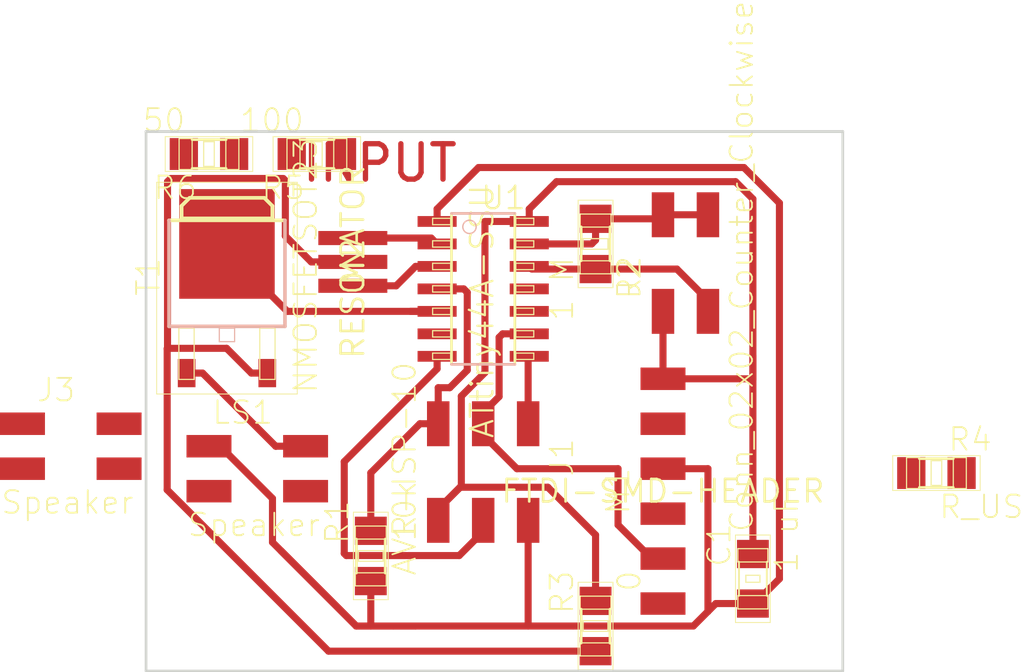
<source format=kicad_pcb>
(kicad_pcb (version 20171130) (host pcbnew 5.0.0)

  (general
    (thickness 1.6)
    (drawings 8)
    (tracks 118)
    (zones 0)
    (modules 15)
    (nets 25)
  )

  (page A4)
  (layers
    (0 F.Cu signal)
    (31 B.Cu signal)
    (32 B.Adhes user)
    (33 F.Adhes user)
    (34 B.Paste user)
    (35 F.Paste user)
    (36 B.SilkS user)
    (37 F.SilkS user)
    (38 B.Mask user)
    (39 F.Mask user)
    (40 Dwgs.User user)
    (41 Cmts.User user)
    (42 Eco1.User user)
    (43 Eco2.User user)
    (44 Edge.Cuts user)
    (45 Margin user)
    (46 B.CrtYd user)
    (47 F.CrtYd user)
    (48 B.Fab user)
    (49 F.Fab user)
  )

  (setup
    (last_trace_width 0.4)
    (trace_clearance 0.4)
    (zone_clearance 0.508)
    (zone_45_only no)
    (trace_min 0.2)
    (segment_width 0.2)
    (edge_width 0.15)
    (via_size 0.8)
    (via_drill 0.4)
    (via_min_size 0.4)
    (via_min_drill 0.3)
    (uvia_size 0.3)
    (uvia_drill 0.1)
    (uvias_allowed no)
    (uvia_min_size 0.2)
    (uvia_min_drill 0.1)
    (pcb_text_width 0.3)
    (pcb_text_size 1.5 1.5)
    (mod_edge_width 0.15)
    (mod_text_size 1 1)
    (mod_text_width 0.15)
    (pad_size 1.524 1.524)
    (pad_drill 0.762)
    (pad_to_mask_clearance 0.051)
    (solder_mask_min_width 0.25)
    (aux_axis_origin 0 0)
    (visible_elements FFFFFF7F)
    (pcbplotparams
      (layerselection 0x010fc_ffffffff)
      (usegerberextensions false)
      (usegerberattributes false)
      (usegerberadvancedattributes false)
      (creategerberjobfile false)
      (excludeedgelayer true)
      (linewidth 0.100000)
      (plotframeref false)
      (viasonmask false)
      (mode 1)
      (useauxorigin false)
      (hpglpennumber 1)
      (hpglpenspeed 20)
      (hpglpendiameter 15.000000)
      (psnegative false)
      (psa4output false)
      (plotreference true)
      (plotvalue true)
      (plotinvisibletext false)
      (padsonsilk false)
      (subtractmaskfromsilk false)
      (outputformat 1)
      (mirror false)
      (drillshape 1)
      (scaleselection 1)
      (outputdirectory ""))
  )

  (net 0 "")
  (net 1 Earth)
  (net 2 "Net-(M1-Pad2)")
  (net 3 +5V)
  (net 4 "Net-(M1-Pad4)")
  (net 5 /SCK)
  (net 6 "Net-(M1-Pad6)")
  (net 7 /XTAL1)
  (net 8 /XTAL2)
  (net 9 "Net-(LS1-Pad2)")
  (net 10 /SPEAKER)
  (net 11 /MOSI)
  (net 12 "Net-(J1-Pad5)")
  (net 13 /SENSE2)
  (net 14 /SENSE1)
  (net 15 "Net-(U1-Pad6)")
  (net 16 /MISO)
  (net 17 "Net-(U1-Pad10)")
  (net 18 "Net-(U1-Pad11)")
  (net 19 "Net-(J3-Pad2)")
  (net 20 "Net-(M1-Pad5)")
  (net 21 "Net-(R4-Pad1)")
  (net 22 /IC-SPEAKER)
  (net 23 "Net-(R5-Pad2)")
  (net 24 "Net-(R6-Pad2)")

  (net_class Default "This is the default net class."
    (clearance 0.4)
    (trace_width 0.4)
    (via_dia 0.8)
    (via_drill 0.4)
    (uvia_dia 0.3)
    (uvia_drill 0.1)
    (add_net +5V)
    (add_net /IC-SPEAKER)
    (add_net /MISO)
    (add_net /MOSI)
    (add_net /SCK)
    (add_net /SENSE1)
    (add_net /SENSE2)
    (add_net /SPEAKER)
    (add_net /XTAL1)
    (add_net /XTAL2)
    (add_net Earth)
    (add_net "Net-(J1-Pad5)")
    (add_net "Net-(J3-Pad2)")
    (add_net "Net-(LS1-Pad2)")
    (add_net "Net-(M1-Pad2)")
    (add_net "Net-(M1-Pad4)")
    (add_net "Net-(M1-Pad5)")
    (add_net "Net-(M1-Pad6)")
    (add_net "Net-(R4-Pad1)")
    (add_net "Net-(R5-Pad2)")
    (add_net "Net-(R6-Pad2)")
    (add_net "Net-(U1-Pad10)")
    (add_net "Net-(U1-Pad11)")
    (add_net "Net-(U1-Pad6)")
  )

  (module fab:fab-TO252 (layer F.Cu) (tedit 200000) (tstamp 5BE0EBEE)
    (at 202.692 167.59936)
    (descr "SMALL OUTLINE TRANSISTOR")
    (tags "SMALL OUTLINE TRANSISTOR")
    (path /5BE16F92)
    (attr smd)
    (fp_text reference T1 (at -4.445 -0.635 90) (layer F.SilkS)
      (effects (font (size 1.27 1.27) (thickness 0.1016)))
    )
    (fp_text value NMOSFETSOT23 (at 4.445 -1.27 90) (layer F.SilkS)
      (effects (font (size 1.27 1.27) (thickness 0.1016)))
    )
    (fp_line (start 2.5654 -3.937) (end -2.5654 -3.937) (layer F.SilkS) (width 0.19812))
    (fp_line (start 2.5654 -4.6482) (end 2.5654 -3.937) (layer F.SilkS) (width 0.19812))
    (fp_line (start 2.1082 -5.1054) (end 2.5654 -4.6482) (layer F.SilkS) (width 0.19812))
    (fp_line (start -2.1082 -5.1054) (end 2.1082 -5.1054) (layer F.SilkS) (width 0.19812))
    (fp_line (start -2.5654 -4.6482) (end -2.1082 -5.1054) (layer F.SilkS) (width 0.19812))
    (fp_line (start -2.5654 -3.937) (end -2.5654 -4.6482) (layer F.SilkS) (width 0.19812))
    (fp_line (start 2.5654 -3.937) (end -2.5654 -3.937) (layer F.SilkS) (width 0.2032))
    (fp_line (start 2.5654 -4.6482) (end 2.5654 -3.937) (layer F.SilkS) (width 0.2032))
    (fp_line (start 2.1082 -5.1054) (end 2.5654 -4.6482) (layer F.SilkS) (width 0.2032))
    (fp_line (start -2.1082 -5.1054) (end 2.1082 -5.1054) (layer F.SilkS) (width 0.2032))
    (fp_line (start -2.5654 -4.6482) (end -2.1082 -5.1054) (layer F.SilkS) (width 0.2032))
    (fp_line (start -2.5654 -3.937) (end -2.5654 -4.6482) (layer F.SilkS) (width 0.2032))
    (fp_line (start 3.97256 -5.9817) (end 3.97256 5.9817) (layer F.SilkS) (width 0.0508))
    (fp_line (start -3.97256 5.9817) (end -3.97256 -5.9817) (layer F.SilkS) (width 0.0508))
    (fp_line (start 3.97256 5.9817) (end -3.97256 5.9817) (layer F.SilkS) (width 0.0508))
    (fp_line (start -3.97256 -5.9817) (end 3.97256 -5.9817) (layer F.SilkS) (width 0.0508))
    (fp_line (start -3.2766 -3.83286) (end 3.2766 -3.83286) (layer F.SilkS) (width 0.2032))
    (fp_line (start -3.2766 2.159) (end -3.2766 -3.8354) (layer B.SilkS) (width 0.2032))
    (fp_line (start 3.2766 2.159) (end -3.2766 2.159) (layer B.SilkS) (width 0.2032))
    (fp_line (start 3.2766 -3.8354) (end 3.2766 2.159) (layer B.SilkS) (width 0.2032))
    (fp_line (start -0.4318 3.0226) (end -0.4318 2.2606) (layer B.SilkS) (width 0.06604))
    (fp_line (start -0.4318 2.2606) (end 0.4318 2.2606) (layer B.SilkS) (width 0.06604))
    (fp_line (start 0.4318 3.0226) (end 0.4318 2.2606) (layer B.SilkS) (width 0.06604))
    (fp_line (start -0.4318 3.0226) (end 0.4318 3.0226) (layer B.SilkS) (width 0.06604))
    (fp_line (start 1.8542 5.1562) (end 1.8542 2.2606) (layer F.SilkS) (width 0.06604))
    (fp_line (start 1.8542 2.2606) (end 2.7178 2.2606) (layer F.SilkS) (width 0.06604))
    (fp_line (start 2.7178 5.1562) (end 2.7178 2.2606) (layer F.SilkS) (width 0.06604))
    (fp_line (start 1.8542 5.1562) (end 2.7178 5.1562) (layer F.SilkS) (width 0.06604))
    (fp_line (start -2.7178 5.1562) (end -2.7178 2.2606) (layer F.SilkS) (width 0.06604))
    (fp_line (start -2.7178 2.2606) (end -1.8542 2.2606) (layer F.SilkS) (width 0.06604))
    (fp_line (start -1.8542 5.1562) (end -1.8542 2.2606) (layer F.SilkS) (width 0.06604))
    (fp_line (start -2.7178 5.1562) (end -1.8542 5.1562) (layer F.SilkS) (width 0.06604))
    (pad 3 smd rect (at 0 -2.49936) (size 5.3975 6.1976) (layers F.Cu F.Paste F.Mask)
      (net 24 "Net-(R6-Pad2)"))
    (pad 2 smd rect (at 2.27838 4.79806) (size 0.99822 1.59766) (layers F.Cu F.Paste F.Mask)
      (net 1 Earth))
    (pad 1 smd rect (at -2.27838 4.79806) (size 0.99822 1.59766) (layers F.Cu F.Paste F.Mask)
      (net 21 "Net-(R4-Pad1)"))
  )

  (module fab:fab-R1206 (layer F.Cu) (tedit 200000) (tstamp 5BE0EDAF)
    (at 210.82 182.73014 90)
    (descr RESISTOR)
    (tags RESISTOR)
    (path /5BE0E8C1)
    (attr smd)
    (fp_text reference R1 (at 1.905 -1.905 90) (layer F.SilkS)
      (effects (font (size 1.27 1.27) (thickness 0.1016)))
    )
    (fp_text value 10k (at 2.54 1.905 90) (layer F.SilkS)
      (effects (font (size 1.27 1.27) (thickness 0.1016)))
    )
    (fp_line (start -1.6891 0.8763) (end -0.9525 0.8763) (layer F.SilkS) (width 0.06604))
    (fp_line (start -0.9525 0.8763) (end -0.9525 -0.8763) (layer F.SilkS) (width 0.06604))
    (fp_line (start -1.6891 -0.8763) (end -0.9525 -0.8763) (layer F.SilkS) (width 0.06604))
    (fp_line (start -1.6891 0.8763) (end -1.6891 -0.8763) (layer F.SilkS) (width 0.06604))
    (fp_line (start 0.9525 0.8763) (end 1.6891 0.8763) (layer F.SilkS) (width 0.06604))
    (fp_line (start 1.6891 0.8763) (end 1.6891 -0.8763) (layer F.SilkS) (width 0.06604))
    (fp_line (start 0.9525 -0.8763) (end 1.6891 -0.8763) (layer F.SilkS) (width 0.06604))
    (fp_line (start 0.9525 0.8763) (end 0.9525 -0.8763) (layer F.SilkS) (width 0.06604))
    (fp_line (start -0.29972 0.6985) (end 0.29972 0.6985) (layer F.SilkS) (width 0.06604))
    (fp_line (start 0.29972 0.6985) (end 0.29972 -0.6985) (layer F.SilkS) (width 0.06604))
    (fp_line (start -0.29972 -0.6985) (end 0.29972 -0.6985) (layer F.SilkS) (width 0.06604))
    (fp_line (start -0.29972 0.6985) (end -0.29972 -0.6985) (layer F.SilkS) (width 0.06604))
    (fp_line (start 0.9525 0.8128) (end -0.9652 0.8128) (layer F.SilkS) (width 0.1524))
    (fp_line (start 0.9525 -0.8128) (end -0.9652 -0.8128) (layer F.SilkS) (width 0.1524))
    (fp_line (start -2.47142 -0.98298) (end 2.47142 -0.98298) (layer F.SilkS) (width 0.0508))
    (fp_line (start 2.47142 -0.98298) (end 2.47142 0.98298) (layer F.SilkS) (width 0.0508))
    (fp_line (start 2.47142 0.98298) (end -2.47142 0.98298) (layer F.SilkS) (width 0.0508))
    (fp_line (start -2.47142 0.98298) (end -2.47142 -0.98298) (layer F.SilkS) (width 0.0508))
    (pad 1 smd rect (at -1.41986 0 90) (size 1.59766 1.80086) (layers F.Cu F.Paste F.Mask)
      (net 3 +5V))
    (pad 2 smd rect (at 1.41986 0 90) (size 1.59766 1.80086) (layers F.Cu F.Paste F.Mask)
      (net 12 "Net-(J1-Pad5)"))
  )

  (module fab:fab-R1206 (layer F.Cu) (tedit 200000) (tstamp 5BE0EDC7)
    (at 223.52 165.1 270)
    (descr RESISTOR)
    (tags RESISTOR)
    (path /5BE117D5)
    (attr smd)
    (fp_text reference R2 (at 1.905 -1.905 270) (layer F.SilkS)
      (effects (font (size 1.27 1.27) (thickness 0.1016)))
    )
    (fp_text value "1 M" (at 2.54 1.905 270) (layer F.SilkS)
      (effects (font (size 1.27 1.27) (thickness 0.1016)))
    )
    (fp_line (start -2.47142 0.98298) (end -2.47142 -0.98298) (layer F.SilkS) (width 0.0508))
    (fp_line (start 2.47142 0.98298) (end -2.47142 0.98298) (layer F.SilkS) (width 0.0508))
    (fp_line (start 2.47142 -0.98298) (end 2.47142 0.98298) (layer F.SilkS) (width 0.0508))
    (fp_line (start -2.47142 -0.98298) (end 2.47142 -0.98298) (layer F.SilkS) (width 0.0508))
    (fp_line (start 0.9525 -0.8128) (end -0.9652 -0.8128) (layer F.SilkS) (width 0.1524))
    (fp_line (start 0.9525 0.8128) (end -0.9652 0.8128) (layer F.SilkS) (width 0.1524))
    (fp_line (start -0.29972 0.6985) (end -0.29972 -0.6985) (layer F.SilkS) (width 0.06604))
    (fp_line (start -0.29972 -0.6985) (end 0.29972 -0.6985) (layer F.SilkS) (width 0.06604))
    (fp_line (start 0.29972 0.6985) (end 0.29972 -0.6985) (layer F.SilkS) (width 0.06604))
    (fp_line (start -0.29972 0.6985) (end 0.29972 0.6985) (layer F.SilkS) (width 0.06604))
    (fp_line (start 0.9525 0.8763) (end 0.9525 -0.8763) (layer F.SilkS) (width 0.06604))
    (fp_line (start 0.9525 -0.8763) (end 1.6891 -0.8763) (layer F.SilkS) (width 0.06604))
    (fp_line (start 1.6891 0.8763) (end 1.6891 -0.8763) (layer F.SilkS) (width 0.06604))
    (fp_line (start 0.9525 0.8763) (end 1.6891 0.8763) (layer F.SilkS) (width 0.06604))
    (fp_line (start -1.6891 0.8763) (end -1.6891 -0.8763) (layer F.SilkS) (width 0.06604))
    (fp_line (start -1.6891 -0.8763) (end -0.9525 -0.8763) (layer F.SilkS) (width 0.06604))
    (fp_line (start -0.9525 0.8763) (end -0.9525 -0.8763) (layer F.SilkS) (width 0.06604))
    (fp_line (start -1.6891 0.8763) (end -0.9525 0.8763) (layer F.SilkS) (width 0.06604))
    (pad 2 smd rect (at 1.41986 0 270) (size 1.59766 1.80086) (layers F.Cu F.Paste F.Mask)
      (net 13 /SENSE2))
    (pad 1 smd rect (at -1.41986 0 270) (size 1.59766 1.80086) (layers F.Cu F.Paste F.Mask)
      (net 14 /SENSE1))
  )

  (module fab:fab-1X06SMD (layer F.Cu) (tedit 200000) (tstamp 5BE0EBD0)
    (at 227.33 179.07)
    (path /5BE150B5)
    (attr smd)
    (fp_text reference M1 (at -2.54 0 90) (layer F.SilkS)
      (effects (font (size 1.27 1.27) (thickness 0.1016)))
    )
    (fp_text value FTDI-SMD-HEADER (at 0 0) (layer F.SilkS)
      (effects (font (size 1.27 1.27) (thickness 0.15)))
    )
    (pad 1 smd rect (at 0 -6.35) (size 2.54 1.27) (layers F.Cu F.Paste F.Mask)
      (net 1 Earth))
    (pad 2 smd rect (at 0 -3.81) (size 2.54 1.27) (layers F.Cu F.Paste F.Mask)
      (net 2 "Net-(M1-Pad2)"))
    (pad 3 smd rect (at 0 -1.27) (size 2.54 1.27) (layers F.Cu F.Paste F.Mask)
      (net 3 +5V))
    (pad 4 smd rect (at 0 1.27) (size 2.54 1.27) (layers F.Cu F.Paste F.Mask)
      (net 4 "Net-(M1-Pad4)"))
    (pad 5 smd rect (at 0 3.81) (size 2.54 1.27) (layers F.Cu F.Paste F.Mask)
      (net 20 "Net-(M1-Pad5)"))
    (pad 6 smd rect (at 0 6.35) (size 2.54 1.27) (layers F.Cu F.Paste F.Mask)
      (net 6 "Net-(M1-Pad6)"))
  )

  (module fab:fab-EFOBM (layer F.Cu) (tedit 200000) (tstamp 5BE0EBD7)
    (at 209.804 166.116 270)
    (path /5BE17485)
    (attr smd)
    (fp_text reference M2 (at 0 0 270) (layer F.SilkS)
      (effects (font (size 1.27 1.27) (thickness 0.15)))
    )
    (fp_text value RESONATOR (at 0 0 270) (layer F.SilkS)
      (effects (font (size 1.27 1.27) (thickness 0.15)))
    )
    (pad 1 smd rect (at -1.34874 0) (size 3.8989 0.79756) (layers F.Cu F.Paste F.Mask)
      (net 7 /XTAL1))
    (pad 2 smd rect (at 0 0 180) (size 3.8989 0.79756) (layers F.Cu F.Paste F.Mask)
      (net 1 Earth))
    (pad 3 smd rect (at 1.34874 0 180) (size 3.8989 0.79756) (layers F.Cu F.Paste F.Mask)
      (net 8 /XTAL2))
  )

  (module fab:fab-C1206 (layer F.Cu) (tedit 200000) (tstamp 5BE0ED85)
    (at 232.41 184.02046 90)
    (descr CAPACITOR)
    (tags CAPACITOR)
    (path /5BE0E626)
    (attr smd)
    (fp_text reference C1 (at 1.905 -1.905 90) (layer F.SilkS)
      (effects (font (size 1.27 1.27) (thickness 0.1016)))
    )
    (fp_text value "1 uF" (at 2.54 1.905 90) (layer F.SilkS)
      (effects (font (size 1.27 1.27) (thickness 0.1016)))
    )
    (fp_line (start -1.7018 0.8509) (end -0.94996 0.8509) (layer F.SilkS) (width 0.06604))
    (fp_line (start -0.94996 0.8509) (end -0.94996 -0.84836) (layer F.SilkS) (width 0.06604))
    (fp_line (start -1.7018 -0.84836) (end -0.94996 -0.84836) (layer F.SilkS) (width 0.06604))
    (fp_line (start -1.7018 0.8509) (end -1.7018 -0.84836) (layer F.SilkS) (width 0.06604))
    (fp_line (start 0.94996 0.84836) (end 1.7018 0.84836) (layer F.SilkS) (width 0.06604))
    (fp_line (start 1.7018 0.84836) (end 1.7018 -0.8509) (layer F.SilkS) (width 0.06604))
    (fp_line (start 0.94996 -0.8509) (end 1.7018 -0.8509) (layer F.SilkS) (width 0.06604))
    (fp_line (start 0.94996 0.84836) (end 0.94996 -0.8509) (layer F.SilkS) (width 0.06604))
    (fp_line (start -0.19812 0.39878) (end 0.19812 0.39878) (layer F.SilkS) (width 0.06604))
    (fp_line (start 0.19812 0.39878) (end 0.19812 -0.39878) (layer F.SilkS) (width 0.06604))
    (fp_line (start -0.19812 -0.39878) (end 0.19812 -0.39878) (layer F.SilkS) (width 0.06604))
    (fp_line (start -0.19812 0.39878) (end -0.19812 -0.39878) (layer F.SilkS) (width 0.06604))
    (fp_line (start -2.47142 -0.98298) (end 2.47142 -0.98298) (layer F.SilkS) (width 0.0508))
    (fp_line (start 2.47142 0.98298) (end -2.47142 0.98298) (layer F.SilkS) (width 0.0508))
    (fp_line (start -2.47142 0.98298) (end -2.47142 -0.98298) (layer F.SilkS) (width 0.0508))
    (fp_line (start 2.47142 -0.98298) (end 2.47142 0.98298) (layer F.SilkS) (width 0.0508))
    (fp_line (start -0.96266 -0.78486) (end 0.96266 -0.78486) (layer F.SilkS) (width 0.1016))
    (fp_line (start -0.96266 0.78486) (end 0.96266 0.78486) (layer F.SilkS) (width 0.1016))
    (pad 1 smd rect (at -1.39954 0 90) (size 1.59766 1.79832) (layers F.Cu F.Paste F.Mask)
      (net 3 +5V))
    (pad 2 smd rect (at 1.39954 0 90) (size 1.59766 1.79832) (layers F.Cu F.Paste F.Mask)
      (net 1 Earth))
  )

  (module fab:fab-2X03SMD (layer F.Cu) (tedit 200000) (tstamp 5BE0ED8F)
    (at 217.17 177.8 270)
    (path /5BE0E527)
    (attr smd)
    (fp_text reference J1 (at -0.635 -4.445 270) (layer F.SilkS)
      (effects (font (size 1.27 1.27) (thickness 0.1016)))
    )
    (fp_text value AVR-ISP-10 (at 0 4.445 270) (layer F.SilkS)
      (effects (font (size 1.27 1.27) (thickness 0.1016)))
    )
    (pad 1 smd rect (at -2.54 -2.54 270) (size 2.54 1.27) (layers F.Cu F.Paste F.Mask)
      (net 16 /MISO))
    (pad 2 smd rect (at 2.91846 -2.54 270) (size 2.54 1.27) (layers F.Cu F.Paste F.Mask)
      (net 3 +5V))
    (pad 3 smd rect (at -2.54 0 270) (size 2.54 1.27) (layers F.Cu F.Paste F.Mask)
      (net 5 /SCK))
    (pad 4 smd rect (at 2.91846 0 270) (size 2.54 1.27) (layers F.Cu F.Paste F.Mask)
      (net 11 /MOSI))
    (pad 5 smd rect (at -2.54 2.54 270) (size 2.54 1.27) (layers F.Cu F.Paste F.Mask)
      (net 12 "Net-(J1-Pad5)"))
    (pad 6 smd rect (at 2.91846 2.54 270) (size 2.54 1.27) (layers F.Cu F.Paste F.Mask)
      (net 1 Earth))
  )

  (module fab:fab-2X02SMD (layer F.Cu) (tedit 200000) (tstamp 5BE0ED97)
    (at 204.216 177.8)
    (path /5BE16AC0)
    (attr smd)
    (fp_text reference LS1 (at -0.635 -3.175) (layer F.SilkS)
      (effects (font (size 1.27 1.27) (thickness 0.1016)))
    )
    (fp_text value Speaker (at 0 3.175) (layer F.SilkS)
      (effects (font (size 1.27 1.27) (thickness 0.1016)))
    )
    (pad 1 smd rect (at -2.54 -1.27) (size 2.54 1.27) (layers F.Cu F.Paste F.Mask)
      (net 3 +5V))
    (pad 2 smd rect (at 2.91846 -1.27) (size 2.54 1.27) (layers F.Cu F.Paste F.Mask)
      (net 9 "Net-(LS1-Pad2)"))
    (pad 3 smd rect (at -2.54 1.27) (size 2.54 1.27) (layers F.Cu F.Paste F.Mask))
    (pad 4 smd rect (at 2.91846 1.27) (size 2.54 1.27) (layers F.Cu F.Paste F.Mask))
  )

  (module fab:fab-SOIC14 (layer F.Cu) (tedit 200000) (tstamp 5BE0EF8A)
    (at 217.17 167.64 270)
    (descr "SMALL OUTLINE PACKAGE")
    (tags "SMALL OUTLINE PACKAGE")
    (path /5BE0E444)
    (attr smd)
    (fp_text reference U1 (at -5.1435 -1.143) (layer F.SilkS)
      (effects (font (size 1.27 1.27) (thickness 0.127)))
    )
    (fp_text value ATtiny44A-SSU (at 1.27 0.0635 270) (layer F.SilkS)
      (effects (font (size 1.27 1.27) (thickness 0.127)))
    )
    (fp_line (start -3.9878 -1.8415) (end -3.62966 -1.8415) (layer F.SilkS) (width 0.06604))
    (fp_line (start -3.62966 -1.8415) (end -3.62966 -2.8575) (layer F.SilkS) (width 0.06604))
    (fp_line (start -3.9878 -2.8575) (end -3.62966 -2.8575) (layer F.SilkS) (width 0.06604))
    (fp_line (start -3.9878 -1.8415) (end -3.9878 -2.8575) (layer F.SilkS) (width 0.06604))
    (fp_line (start -2.7178 -1.8415) (end -2.3622 -1.8415) (layer F.SilkS) (width 0.06604))
    (fp_line (start -2.3622 -1.8415) (end -2.3622 -2.8575) (layer F.SilkS) (width 0.06604))
    (fp_line (start -2.7178 -2.8575) (end -2.3622 -2.8575) (layer F.SilkS) (width 0.06604))
    (fp_line (start -2.7178 -1.8415) (end -2.7178 -2.8575) (layer F.SilkS) (width 0.06604))
    (fp_line (start -1.4478 -1.8415) (end -1.08966 -1.8415) (layer F.SilkS) (width 0.06604))
    (fp_line (start -1.08966 -1.8415) (end -1.08966 -2.8575) (layer F.SilkS) (width 0.06604))
    (fp_line (start -1.4478 -2.8575) (end -1.08966 -2.8575) (layer F.SilkS) (width 0.06604))
    (fp_line (start -1.4478 -1.8415) (end -1.4478 -2.8575) (layer F.SilkS) (width 0.06604))
    (fp_line (start -0.1778 -1.8415) (end 0.1778 -1.8415) (layer F.SilkS) (width 0.06604))
    (fp_line (start 0.1778 -1.8415) (end 0.1778 -2.8575) (layer F.SilkS) (width 0.06604))
    (fp_line (start -0.1778 -2.8575) (end 0.1778 -2.8575) (layer F.SilkS) (width 0.06604))
    (fp_line (start -0.1778 -1.8415) (end -0.1778 -2.8575) (layer F.SilkS) (width 0.06604))
    (fp_line (start 1.08966 -1.8415) (end 1.4478 -1.8415) (layer F.SilkS) (width 0.06604))
    (fp_line (start 1.4478 -1.8415) (end 1.4478 -2.8575) (layer F.SilkS) (width 0.06604))
    (fp_line (start 1.08966 -2.8575) (end 1.4478 -2.8575) (layer F.SilkS) (width 0.06604))
    (fp_line (start 1.08966 -1.8415) (end 1.08966 -2.8575) (layer F.SilkS) (width 0.06604))
    (fp_line (start 2.3622 -1.8415) (end 2.7178 -1.8415) (layer F.SilkS) (width 0.06604))
    (fp_line (start 2.7178 -1.8415) (end 2.7178 -2.8575) (layer F.SilkS) (width 0.06604))
    (fp_line (start 2.3622 -2.8575) (end 2.7178 -2.8575) (layer F.SilkS) (width 0.06604))
    (fp_line (start 2.3622 -1.8415) (end 2.3622 -2.8575) (layer F.SilkS) (width 0.06604))
    (fp_line (start 3.62966 -1.8415) (end 3.9878 -1.8415) (layer F.SilkS) (width 0.06604))
    (fp_line (start 3.9878 -1.8415) (end 3.9878 -2.8575) (layer F.SilkS) (width 0.06604))
    (fp_line (start 3.62966 -2.8575) (end 3.9878 -2.8575) (layer F.SilkS) (width 0.06604))
    (fp_line (start 3.62966 -1.8415) (end 3.62966 -2.8575) (layer F.SilkS) (width 0.06604))
    (fp_line (start 3.62966 2.8575) (end 3.9878 2.8575) (layer F.SilkS) (width 0.06604))
    (fp_line (start 3.9878 2.8575) (end 3.9878 1.8415) (layer F.SilkS) (width 0.06604))
    (fp_line (start 3.62966 1.8415) (end 3.9878 1.8415) (layer F.SilkS) (width 0.06604))
    (fp_line (start 3.62966 2.8575) (end 3.62966 1.8415) (layer F.SilkS) (width 0.06604))
    (fp_line (start 2.3622 2.8575) (end 2.7178 2.8575) (layer F.SilkS) (width 0.06604))
    (fp_line (start 2.7178 2.8575) (end 2.7178 1.8415) (layer F.SilkS) (width 0.06604))
    (fp_line (start 2.3622 1.8415) (end 2.7178 1.8415) (layer F.SilkS) (width 0.06604))
    (fp_line (start 2.3622 2.8575) (end 2.3622 1.8415) (layer F.SilkS) (width 0.06604))
    (fp_line (start 1.08966 2.8575) (end 1.4478 2.8575) (layer F.SilkS) (width 0.06604))
    (fp_line (start 1.4478 2.8575) (end 1.4478 1.8415) (layer F.SilkS) (width 0.06604))
    (fp_line (start 1.08966 1.8415) (end 1.4478 1.8415) (layer F.SilkS) (width 0.06604))
    (fp_line (start 1.08966 2.8575) (end 1.08966 1.8415) (layer F.SilkS) (width 0.06604))
    (fp_line (start -0.1778 2.8575) (end 0.1778 2.8575) (layer F.SilkS) (width 0.06604))
    (fp_line (start 0.1778 2.8575) (end 0.1778 1.8415) (layer F.SilkS) (width 0.06604))
    (fp_line (start -0.1778 1.8415) (end 0.1778 1.8415) (layer F.SilkS) (width 0.06604))
    (fp_line (start -0.1778 2.8575) (end -0.1778 1.8415) (layer F.SilkS) (width 0.06604))
    (fp_line (start -1.4478 2.8575) (end -1.08966 2.8575) (layer F.SilkS) (width 0.06604))
    (fp_line (start -1.08966 2.8575) (end -1.08966 1.8415) (layer F.SilkS) (width 0.06604))
    (fp_line (start -1.4478 1.8415) (end -1.08966 1.8415) (layer F.SilkS) (width 0.06604))
    (fp_line (start -1.4478 2.8575) (end -1.4478 1.8415) (layer F.SilkS) (width 0.06604))
    (fp_line (start -2.7178 2.8575) (end -2.3622 2.8575) (layer F.SilkS) (width 0.06604))
    (fp_line (start -2.3622 2.8575) (end -2.3622 1.8415) (layer F.SilkS) (width 0.06604))
    (fp_line (start -2.7178 1.8415) (end -2.3622 1.8415) (layer F.SilkS) (width 0.06604))
    (fp_line (start -2.7178 2.8575) (end -2.7178 1.8415) (layer F.SilkS) (width 0.06604))
    (fp_line (start -3.9878 2.8575) (end -3.62966 2.8575) (layer F.SilkS) (width 0.06604))
    (fp_line (start -3.62966 2.8575) (end -3.62966 1.8415) (layer F.SilkS) (width 0.06604))
    (fp_line (start -3.9878 1.8415) (end -3.62966 1.8415) (layer F.SilkS) (width 0.06604))
    (fp_line (start -3.9878 2.8575) (end -3.9878 1.8415) (layer F.SilkS) (width 0.06604))
    (fp_line (start -4.26466 1.7907) (end 4.26466 1.7907) (layer F.SilkS) (width 0.1524))
    (fp_line (start 4.26466 1.7907) (end 4.26466 -1.7907) (layer B.SilkS) (width 0.1524))
    (fp_line (start 4.26466 -1.7907) (end -4.26466 -1.7907) (layer F.SilkS) (width 0.1524))
    (fp_line (start -4.26466 -1.7907) (end -4.26466 1.7907) (layer B.SilkS) (width 0.1524))
    (fp_circle (center -3.5052 0.7747) (end -3.7719 1.0414) (layer B.SilkS) (width 0.0762))
    (pad 1 smd rect (at -3.81 2.6035 270) (size 0.6096 2.20726) (layers F.Cu F.Paste F.Mask)
      (net 3 +5V))
    (pad 2 smd rect (at -2.54 2.6035 270) (size 0.6096 2.20726) (layers F.Cu F.Paste F.Mask)
      (net 7 /XTAL1))
    (pad 3 smd rect (at -1.27 2.6035 270) (size 0.6096 2.20726) (layers F.Cu F.Paste F.Mask)
      (net 8 /XTAL2))
    (pad 4 smd rect (at 0 2.6035 270) (size 0.6096 2.20726) (layers F.Cu F.Paste F.Mask)
      (net 12 "Net-(J1-Pad5)"))
    (pad 5 smd rect (at 1.27 2.6035 270) (size 0.6096 2.20726) (layers F.Cu F.Paste F.Mask)
      (net 22 /IC-SPEAKER))
    (pad 6 smd rect (at 2.54 2.6035 270) (size 0.6096 2.20726) (layers F.Cu F.Paste F.Mask)
      (net 15 "Net-(U1-Pad6)"))
    (pad 7 smd rect (at 3.81 2.6035 270) (size 0.6096 2.20726) (layers F.Cu F.Paste F.Mask)
      (net 11 /MOSI))
    (pad 8 smd rect (at 3.81 -2.6035 270) (size 0.6096 2.20726) (layers F.Cu F.Paste F.Mask)
      (net 16 /MISO))
    (pad 9 smd rect (at 2.54 -2.6035 270) (size 0.6096 2.20726) (layers F.Cu F.Paste F.Mask)
      (net 5 /SCK))
    (pad 10 smd rect (at 1.27 -2.6035 270) (size 0.6096 2.20726) (layers F.Cu F.Paste F.Mask)
      (net 17 "Net-(U1-Pad10)"))
    (pad 11 smd rect (at 0 -2.6035 270) (size 0.6096 2.20726) (layers F.Cu F.Paste F.Mask)
      (net 18 "Net-(U1-Pad11)"))
    (pad 12 smd rect (at -1.27 -2.6035 270) (size 0.6096 2.20726) (layers F.Cu F.Paste F.Mask)
      (net 13 /SENSE2))
    (pad 13 smd rect (at -2.54 -2.6035 270) (size 0.6096 2.20726) (layers F.Cu F.Paste F.Mask)
      (net 14 /SENSE1))
    (pad 14 smd rect (at -3.81 -2.6035 270) (size 0.6096 2.20726) (layers F.Cu F.Paste F.Mask)
      (net 1 Earth))
  )

  (module fab:fab-2X02SMD (layer F.Cu) (tedit 200000) (tstamp 5BE0F6C4)
    (at 228.6 166.37 90)
    (path /5BE10E73)
    (attr smd)
    (fp_text reference J2 (at -0.635 -3.175 90) (layer F.SilkS)
      (effects (font (size 1.27 1.27) (thickness 0.1016)))
    )
    (fp_text value Conn_02x02_Counter_Clockwise (at 0 3.175 90) (layer F.SilkS)
      (effects (font (size 1.27 1.27) (thickness 0.1016)))
    )
    (pad 1 smd rect (at -2.54 -1.27 90) (size 2.54 1.27) (layers F.Cu F.Paste F.Mask)
      (net 1 Earth))
    (pad 2 smd rect (at 2.91846 -1.27 90) (size 2.54 1.27) (layers F.Cu F.Paste F.Mask)
      (net 14 /SENSE1))
    (pad 3 smd rect (at -2.54 1.27 90) (size 2.54 1.27) (layers F.Cu F.Paste F.Mask)
      (net 13 /SENSE2))
    (pad 4 smd rect (at 2.91846 1.27 90) (size 2.54 1.27) (layers F.Cu F.Paste F.Mask)
      (net 14 /SENSE1))
  )

  (module fab:fab-R1206 (layer F.Cu) (tedit 200000) (tstamp 5BE105DB)
    (at 223.52 186.69 90)
    (descr RESISTOR)
    (tags RESISTOR)
    (path /5BE1FC91)
    (attr smd)
    (fp_text reference R3 (at 1.905 -1.905 90) (layer F.SilkS)
      (effects (font (size 1.27 1.27) (thickness 0.1016)))
    )
    (fp_text value 0 (at 2.54 1.905 90) (layer F.SilkS)
      (effects (font (size 1.27 1.27) (thickness 0.1016)))
    )
    (fp_line (start -1.6891 0.8763) (end -0.9525 0.8763) (layer F.SilkS) (width 0.06604))
    (fp_line (start -0.9525 0.8763) (end -0.9525 -0.8763) (layer F.SilkS) (width 0.06604))
    (fp_line (start -1.6891 -0.8763) (end -0.9525 -0.8763) (layer F.SilkS) (width 0.06604))
    (fp_line (start -1.6891 0.8763) (end -1.6891 -0.8763) (layer F.SilkS) (width 0.06604))
    (fp_line (start 0.9525 0.8763) (end 1.6891 0.8763) (layer F.SilkS) (width 0.06604))
    (fp_line (start 1.6891 0.8763) (end 1.6891 -0.8763) (layer F.SilkS) (width 0.06604))
    (fp_line (start 0.9525 -0.8763) (end 1.6891 -0.8763) (layer F.SilkS) (width 0.06604))
    (fp_line (start 0.9525 0.8763) (end 0.9525 -0.8763) (layer F.SilkS) (width 0.06604))
    (fp_line (start -0.29972 0.6985) (end 0.29972 0.6985) (layer F.SilkS) (width 0.06604))
    (fp_line (start 0.29972 0.6985) (end 0.29972 -0.6985) (layer F.SilkS) (width 0.06604))
    (fp_line (start -0.29972 -0.6985) (end 0.29972 -0.6985) (layer F.SilkS) (width 0.06604))
    (fp_line (start -0.29972 0.6985) (end -0.29972 -0.6985) (layer F.SilkS) (width 0.06604))
    (fp_line (start 0.9525 0.8128) (end -0.9652 0.8128) (layer F.SilkS) (width 0.1524))
    (fp_line (start 0.9525 -0.8128) (end -0.9652 -0.8128) (layer F.SilkS) (width 0.1524))
    (fp_line (start -2.47142 -0.98298) (end 2.47142 -0.98298) (layer F.SilkS) (width 0.0508))
    (fp_line (start 2.47142 -0.98298) (end 2.47142 0.98298) (layer F.SilkS) (width 0.0508))
    (fp_line (start 2.47142 0.98298) (end -2.47142 0.98298) (layer F.SilkS) (width 0.0508))
    (fp_line (start -2.47142 0.98298) (end -2.47142 -0.98298) (layer F.SilkS) (width 0.0508))
    (pad 1 smd rect (at -1.41986 0 90) (size 1.59766 1.80086) (layers F.Cu F.Paste F.Mask)
      (net 1 Earth))
    (pad 2 smd rect (at 1.41986 0 90) (size 1.59766 1.80086) (layers F.Cu F.Paste F.Mask)
      (net 1 Earth))
  )

  (module fab:fab-2X02SMD (layer F.Cu) (tedit 200000) (tstamp 5BF3657C)
    (at 193.67754 176.53)
    (path /5BE77AFC)
    (attr smd)
    (fp_text reference J3 (at -0.635 -3.175) (layer F.SilkS)
      (effects (font (size 1.27 1.27) (thickness 0.1016)))
    )
    (fp_text value Speaker (at 0 3.175) (layer F.SilkS)
      (effects (font (size 1.27 1.27) (thickness 0.1016)))
    )
    (pad 1 smd rect (at -2.54 -1.27) (size 2.54 1.27) (layers F.Cu F.Paste F.Mask)
      (net 3 +5V))
    (pad 2 smd rect (at 2.91846 -1.27) (size 2.54 1.27) (layers F.Cu F.Paste F.Mask)
      (net 19 "Net-(J3-Pad2)"))
    (pad 3 smd rect (at -2.54 1.27) (size 2.54 1.27) (layers F.Cu F.Paste F.Mask)
      (net 19 "Net-(J3-Pad2)"))
    (pad 4 smd rect (at 2.91846 1.27) (size 2.54 1.27) (layers F.Cu F.Paste F.Mask)
      (net 3 +5V))
  )

  (module fab:fab-R1206 (layer F.Cu) (tedit 200000) (tstamp 5BF36594)
    (at 242.780821 178.046381)
    (descr RESISTOR)
    (tags RESISTOR)
    (path /5BE89A23)
    (attr smd)
    (fp_text reference R4 (at 1.905 -1.905) (layer F.SilkS)
      (effects (font (size 1.27 1.27) (thickness 0.1016)))
    )
    (fp_text value R_US (at 2.54 1.905) (layer F.SilkS)
      (effects (font (size 1.27 1.27) (thickness 0.1016)))
    )
    (fp_line (start -1.6891 0.8763) (end -0.9525 0.8763) (layer F.SilkS) (width 0.06604))
    (fp_line (start -0.9525 0.8763) (end -0.9525 -0.8763) (layer F.SilkS) (width 0.06604))
    (fp_line (start -1.6891 -0.8763) (end -0.9525 -0.8763) (layer F.SilkS) (width 0.06604))
    (fp_line (start -1.6891 0.8763) (end -1.6891 -0.8763) (layer F.SilkS) (width 0.06604))
    (fp_line (start 0.9525 0.8763) (end 1.6891 0.8763) (layer F.SilkS) (width 0.06604))
    (fp_line (start 1.6891 0.8763) (end 1.6891 -0.8763) (layer F.SilkS) (width 0.06604))
    (fp_line (start 0.9525 -0.8763) (end 1.6891 -0.8763) (layer F.SilkS) (width 0.06604))
    (fp_line (start 0.9525 0.8763) (end 0.9525 -0.8763) (layer F.SilkS) (width 0.06604))
    (fp_line (start -0.29972 0.6985) (end 0.29972 0.6985) (layer F.SilkS) (width 0.06604))
    (fp_line (start 0.29972 0.6985) (end 0.29972 -0.6985) (layer F.SilkS) (width 0.06604))
    (fp_line (start -0.29972 -0.6985) (end 0.29972 -0.6985) (layer F.SilkS) (width 0.06604))
    (fp_line (start -0.29972 0.6985) (end -0.29972 -0.6985) (layer F.SilkS) (width 0.06604))
    (fp_line (start 0.9525 0.8128) (end -0.9652 0.8128) (layer F.SilkS) (width 0.1524))
    (fp_line (start 0.9525 -0.8128) (end -0.9652 -0.8128) (layer F.SilkS) (width 0.1524))
    (fp_line (start -2.47142 -0.98298) (end 2.47142 -0.98298) (layer F.SilkS) (width 0.0508))
    (fp_line (start 2.47142 -0.98298) (end 2.47142 0.98298) (layer F.SilkS) (width 0.0508))
    (fp_line (start 2.47142 0.98298) (end -2.47142 0.98298) (layer F.SilkS) (width 0.0508))
    (fp_line (start -2.47142 0.98298) (end -2.47142 -0.98298) (layer F.SilkS) (width 0.0508))
    (pad 1 smd rect (at -1.41986 0) (size 1.59766 1.80086) (layers F.Cu F.Paste F.Mask)
      (net 21 "Net-(R4-Pad1)"))
    (pad 2 smd rect (at 1.41986 0) (size 1.59766 1.80086) (layers F.Cu F.Paste F.Mask)
      (net 22 /IC-SPEAKER))
  )

  (module fab:fab-R1206 (layer F.Cu) (tedit 200000) (tstamp 5BF365AC)
    (at 207.772 160.02 180)
    (descr RESISTOR)
    (tags RESISTOR)
    (path /5BE7AA05)
    (attr smd)
    (fp_text reference R5 (at 1.905 -1.905 180) (layer F.SilkS)
      (effects (font (size 1.27 1.27) (thickness 0.1016)))
    )
    (fp_text value 100 (at 2.54 1.905 180) (layer F.SilkS)
      (effects (font (size 1.27 1.27) (thickness 0.1016)))
    )
    (fp_line (start -1.6891 0.8763) (end -0.9525 0.8763) (layer F.SilkS) (width 0.06604))
    (fp_line (start -0.9525 0.8763) (end -0.9525 -0.8763) (layer F.SilkS) (width 0.06604))
    (fp_line (start -1.6891 -0.8763) (end -0.9525 -0.8763) (layer F.SilkS) (width 0.06604))
    (fp_line (start -1.6891 0.8763) (end -1.6891 -0.8763) (layer F.SilkS) (width 0.06604))
    (fp_line (start 0.9525 0.8763) (end 1.6891 0.8763) (layer F.SilkS) (width 0.06604))
    (fp_line (start 1.6891 0.8763) (end 1.6891 -0.8763) (layer F.SilkS) (width 0.06604))
    (fp_line (start 0.9525 -0.8763) (end 1.6891 -0.8763) (layer F.SilkS) (width 0.06604))
    (fp_line (start 0.9525 0.8763) (end 0.9525 -0.8763) (layer F.SilkS) (width 0.06604))
    (fp_line (start -0.29972 0.6985) (end 0.29972 0.6985) (layer F.SilkS) (width 0.06604))
    (fp_line (start 0.29972 0.6985) (end 0.29972 -0.6985) (layer F.SilkS) (width 0.06604))
    (fp_line (start -0.29972 -0.6985) (end 0.29972 -0.6985) (layer F.SilkS) (width 0.06604))
    (fp_line (start -0.29972 0.6985) (end -0.29972 -0.6985) (layer F.SilkS) (width 0.06604))
    (fp_line (start 0.9525 0.8128) (end -0.9652 0.8128) (layer F.SilkS) (width 0.1524))
    (fp_line (start 0.9525 -0.8128) (end -0.9652 -0.8128) (layer F.SilkS) (width 0.1524))
    (fp_line (start -2.47142 -0.98298) (end 2.47142 -0.98298) (layer F.SilkS) (width 0.0508))
    (fp_line (start 2.47142 -0.98298) (end 2.47142 0.98298) (layer F.SilkS) (width 0.0508))
    (fp_line (start 2.47142 0.98298) (end -2.47142 0.98298) (layer F.SilkS) (width 0.0508))
    (fp_line (start -2.47142 0.98298) (end -2.47142 -0.98298) (layer F.SilkS) (width 0.0508))
    (pad 1 smd rect (at -1.41986 0 180) (size 1.59766 1.80086) (layers F.Cu F.Paste F.Mask)
      (net 19 "Net-(J3-Pad2)"))
    (pad 2 smd rect (at 1.41986 0 180) (size 1.59766 1.80086) (layers F.Cu F.Paste F.Mask)
      (net 23 "Net-(R5-Pad2)"))
  )

  (module fab:fab-R1206 (layer F.Cu) (tedit 200000) (tstamp 5BF365C4)
    (at 201.676 160.02 180)
    (descr RESISTOR)
    (tags RESISTOR)
    (path /5BE82EBE)
    (attr smd)
    (fp_text reference R6 (at 1.905 -1.905 180) (layer F.SilkS)
      (effects (font (size 1.27 1.27) (thickness 0.1016)))
    )
    (fp_text value 50 (at 2.54 1.905 180) (layer F.SilkS)
      (effects (font (size 1.27 1.27) (thickness 0.1016)))
    )
    (fp_line (start -2.47142 0.98298) (end -2.47142 -0.98298) (layer F.SilkS) (width 0.0508))
    (fp_line (start 2.47142 0.98298) (end -2.47142 0.98298) (layer F.SilkS) (width 0.0508))
    (fp_line (start 2.47142 -0.98298) (end 2.47142 0.98298) (layer F.SilkS) (width 0.0508))
    (fp_line (start -2.47142 -0.98298) (end 2.47142 -0.98298) (layer F.SilkS) (width 0.0508))
    (fp_line (start 0.9525 -0.8128) (end -0.9652 -0.8128) (layer F.SilkS) (width 0.1524))
    (fp_line (start 0.9525 0.8128) (end -0.9652 0.8128) (layer F.SilkS) (width 0.1524))
    (fp_line (start -0.29972 0.6985) (end -0.29972 -0.6985) (layer F.SilkS) (width 0.06604))
    (fp_line (start -0.29972 -0.6985) (end 0.29972 -0.6985) (layer F.SilkS) (width 0.06604))
    (fp_line (start 0.29972 0.6985) (end 0.29972 -0.6985) (layer F.SilkS) (width 0.06604))
    (fp_line (start -0.29972 0.6985) (end 0.29972 0.6985) (layer F.SilkS) (width 0.06604))
    (fp_line (start 0.9525 0.8763) (end 0.9525 -0.8763) (layer F.SilkS) (width 0.06604))
    (fp_line (start 0.9525 -0.8763) (end 1.6891 -0.8763) (layer F.SilkS) (width 0.06604))
    (fp_line (start 1.6891 0.8763) (end 1.6891 -0.8763) (layer F.SilkS) (width 0.06604))
    (fp_line (start 0.9525 0.8763) (end 1.6891 0.8763) (layer F.SilkS) (width 0.06604))
    (fp_line (start -1.6891 0.8763) (end -1.6891 -0.8763) (layer F.SilkS) (width 0.06604))
    (fp_line (start -1.6891 -0.8763) (end -0.9525 -0.8763) (layer F.SilkS) (width 0.06604))
    (fp_line (start -0.9525 0.8763) (end -0.9525 -0.8763) (layer F.SilkS) (width 0.06604))
    (fp_line (start -1.6891 0.8763) (end -0.9525 0.8763) (layer F.SilkS) (width 0.06604))
    (pad 2 smd rect (at 1.41986 0 180) (size 1.59766 1.80086) (layers F.Cu F.Paste F.Mask)
      (net 24 "Net-(R6-Pad2)"))
    (pad 1 smd rect (at -1.41986 0 180) (size 1.59766 1.80086) (layers F.Cu F.Paste F.Mask)
      (net 23 "Net-(R5-Pad2)"))
  )

  (gr_line (start 201.93 158.75) (end 237.49 158.75) (layer Edge.Cuts) (width 0.15))
  (gr_line (start 198.12 158.75) (end 201.93 158.75) (layer Edge.Cuts) (width 0.15))
  (gr_line (start 198.12 158.75) (end 198.12 158.75) (layer Edge.Cuts) (width 0.15))
  (gr_line (start 198.12 189.23) (end 198.12 158.75) (layer Edge.Cuts) (width 0.15))
  (gr_line (start 237.49 189.23) (end 198.12 189.23) (layer Edge.Cuts) (width 0.15))
  (gr_line (start 237.49 158.75) (end 237.49 189.23) (layer Edge.Cuts) (width 0.15))
  (gr_line (start 198.12 158.75) (end 237.49 158.75) (layer Edge.Cuts) (width 0.15))
  (gr_text INPUT (at 211.328 160.528) (layer F.Cu)
    (effects (font (size 2 2) (thickness 0.3)))
  )

  (segment (start 227.33 168.91) (end 227.33 172.72) (width 0.4) (layer F.Cu) (net 1))
  (segment (start 215.934999 173.701317) (end 217.269859 172.366457) (width 0.4) (layer F.Cu) (net 1))
  (segment (start 215.934999 178.778461) (end 215.934999 173.701317) (width 0.4) (layer F.Cu) (net 1))
  (segment (start 214.63 180.08346) (end 215.934999 178.778461) (width 0.4) (layer F.Cu) (net 1))
  (segment (start 217.269859 172.366457) (end 217.269859 163.83) (width 0.4) (layer F.Cu) (net 1))
  (segment (start 219.7735 163.83) (end 217.269859 163.83) (width 0.4) (layer F.Cu) (net 1))
  (segment (start 219.7735 163.83) (end 219.7735 163.1252) (width 0.4) (layer F.Cu) (net 1))
  (segment (start 214.63 180.08346) (end 214.63 180.71846) (width 0.4) (layer F.Cu) (net 1))
  (segment (start 215.865001 178.848459) (end 214.63 180.08346) (width 0.4) (layer F.Cu) (net 1))
  (segment (start 220.825001 178.848459) (end 215.865001 178.848459) (width 0.4) (layer F.Cu) (net 1))
  (segment (start 223.52 181.543458) (end 220.825001 178.848459) (width 0.4) (layer F.Cu) (net 1))
  (segment (start 223.52 185.27014) (end 223.52 181.543458) (width 0.4) (layer F.Cu) (net 1))
  (segment (start 223.52 188.10986) (end 223.52 187.96) (width 0.4) (layer F.Cu) (net 1))
  (segment (start 227.33 172.72) (end 232.41 172.72) (width 0.4) (layer F.Cu) (net 1))
  (segment (start 221.317161 161.581539) (end 220.98 161.9187) (width 0.4) (layer F.Cu) (net 1))
  (segment (start 231.431539 161.581539) (end 221.317161 161.581539) (width 0.4) (layer F.Cu) (net 1))
  (segment (start 232.41 162.56) (end 231.431539 161.581539) (width 0.4) (layer F.Cu) (net 1))
  (segment (start 219.7735 163.1252) (end 220.98 161.9187) (width 0.4) (layer F.Cu) (net 1))
  (segment (start 232.41 182.62092) (end 232.41 171.45) (width 0.4) (layer F.Cu) (net 1))
  (segment (start 232.41 171.45) (end 232.41 162.56) (width 0.4) (layer F.Cu) (net 1))
  (segment (start 232.41 172.72) (end 232.41 171.45) (width 0.4) (layer F.Cu) (net 1))
  (segment (start 204.07127 172.39742) (end 204.97038 172.39742) (width 0.4) (layer F.Cu) (net 1))
  (segment (start 223.52 188.10986) (end 208.42986 188.10986) (width 0.4) (layer F.Cu) (net 1))
  (segment (start 199.314509 171.017491) (end 199.333411 170.998589) (width 0.4) (layer F.Cu) (net 1))
  (segment (start 208.42986 188.10986) (end 199.314509 178.994509) (width 0.4) (layer F.Cu) (net 1))
  (segment (start 199.314509 178.994509) (end 199.314509 171.017491) (width 0.4) (layer F.Cu) (net 1))
  (segment (start 199.333411 170.998589) (end 202.672439 170.998589) (width 0.4) (layer F.Cu) (net 1))
  (segment (start 202.672439 170.998589) (end 204.07127 172.39742) (width 0.4) (layer F.Cu) (net 1))
  (segment (start 199.333411 161.581037) (end 199.333411 170.998589) (width 0.4) (layer F.Cu) (net 1))
  (segment (start 199.513249 161.401199) (end 199.333411 161.581037) (width 0.4) (layer F.Cu) (net 1))
  (segment (start 205.870751 161.401199) (end 199.513249 161.401199) (width 0.4) (layer F.Cu) (net 1))
  (segment (start 205.990751 161.521199) (end 205.870751 161.401199) (width 0.4) (layer F.Cu) (net 1))
  (segment (start 205.990751 164.652201) (end 205.990751 161.521199) (width 0.4) (layer F.Cu) (net 1))
  (segment (start 207.45455 166.116) (end 205.990751 164.652201) (width 0.4) (layer F.Cu) (net 1))
  (segment (start 209.804 166.116) (end 207.45455 166.116) (width 0.4) (layer F.Cu) (net 1))
  (segment (start 227.33 177.8) (end 229.87 177.8) (width 0.4) (layer F.Cu) (net 3))
  (segment (start 229.87 185.865002) (end 229.045002 186.69) (width 0.4) (layer F.Cu) (net 3))
  (segment (start 229.87 177.8) (end 229.87 185.865002) (width 0.4) (layer F.Cu) (net 3))
  (segment (start 219.71 186.69) (end 219.71 180.71846) (width 0.4) (layer F.Cu) (net 3))
  (segment (start 222.25 186.69) (end 219.71 186.69) (width 0.4) (layer F.Cu) (net 3))
  (segment (start 229.045002 186.69) (end 222.25 186.69) (width 0.4) (layer F.Cu) (net 3))
  (segment (start 209.996538 186.69) (end 213.36 186.69) (width 0.4) (layer F.Cu) (net 3))
  (segment (start 219.71 186.69) (end 213.36 186.69) (width 0.4) (layer F.Cu) (net 3))
  (segment (start 213.36 186.69) (end 212.09 186.69) (width 0.4) (layer F.Cu) (net 3))
  (segment (start 212.09 186.69) (end 210.82 186.69) (width 0.4) (layer F.Cu) (net 3))
  (segment (start 210.82 186.69) (end 209.996538 186.69) (width 0.4) (layer F.Cu) (net 3))
  (segment (start 210.82 186.69) (end 210.82 184.15) (width 0.4) (layer F.Cu) (net 3))
  (segment (start 230.315002 185.42) (end 232.41 185.42) (width 0.4) (layer F.Cu) (net 3))
  (segment (start 229.87 185.865002) (end 230.315002 185.42) (width 0.4) (layer F.Cu) (net 3))
  (segment (start 232.51033 185.42) (end 232.41 185.42) (width 0.4) (layer F.Cu) (net 3))
  (segment (start 233.909161 184.021169) (end 232.51033 185.42) (width 0.4) (layer F.Cu) (net 3))
  (segment (start 233.909161 162.789161) (end 233.909161 184.021169) (width 0.4) (layer F.Cu) (net 3))
  (segment (start 231.901529 160.781529) (end 233.909161 162.789161) (width 0.4) (layer F.Cu) (net 3))
  (segment (start 216.910171 160.781529) (end 231.901529 160.781529) (width 0.4) (layer F.Cu) (net 3))
  (segment (start 214.5665 163.1252) (end 216.910171 160.781529) (width 0.4) (layer F.Cu) (net 3))
  (segment (start 214.5665 163.83) (end 214.5665 163.1252) (width 0.4) (layer F.Cu) (net 3))
  (segment (start 205.74 182.433462) (end 209.996538 186.69) (width 0.4) (layer F.Cu) (net 3))
  (segment (start 205.264459 179.483459) (end 205.264459 181.957921) (width 0.4) (layer F.Cu) (net 3))
  (segment (start 205.264459 181.957921) (end 209.996538 186.69) (width 0.4) (layer F.Cu) (net 3))
  (segment (start 202.311 176.53) (end 205.264459 179.483459) (width 0.4) (layer F.Cu) (net 3))
  (segment (start 201.676 176.53) (end 202.311 176.53) (width 0.4) (layer F.Cu) (net 3))
  (segment (start 218.26987 170.18) (end 219.7735 170.18) (width 0.4) (layer F.Cu) (net 5))
  (segment (start 218.069869 170.380001) (end 218.26987 170.18) (width 0.4) (layer F.Cu) (net 5))
  (segment (start 218.069869 173.725131) (end 218.069869 170.380001) (width 0.4) (layer F.Cu) (net 5))
  (segment (start 217.17 174.625) (end 218.069869 173.725131) (width 0.4) (layer F.Cu) (net 5))
  (segment (start 217.17 175.26) (end 217.17 174.625) (width 0.4) (layer F.Cu) (net 5))
  (segment (start 217.17 175.895) (end 217.17 175.26) (width 0.4) (layer F.Cu) (net 5))
  (segment (start 217.17 175.895) (end 219.075 177.8) (width 0.4) (layer F.Cu) (net 5))
  (segment (start 219.075 177.8) (end 224.79 177.8) (width 0.4) (layer F.Cu) (net 5))
  (segment (start 224.79 180.975) (end 226.695 182.88) (width 0.4) (layer F.Cu) (net 5))
  (segment (start 226.695 182.88) (end 227.33 182.88) (width 0.4) (layer F.Cu) (net 5))
  (segment (start 224.79 177.8) (end 224.79 180.975) (width 0.4) (layer F.Cu) (net 5))
  (segment (start 214.23376 164.76726) (end 214.5665 165.1) (width 0.4) (layer F.Cu) (net 7))
  (segment (start 209.804 164.76726) (end 214.23376 164.76726) (width 0.4) (layer F.Cu) (net 7))
  (segment (start 213.348068 166.37) (end 214.5665 166.37) (width 0.4) (layer F.Cu) (net 8))
  (segment (start 212.253328 167.46474) (end 213.348068 166.37) (width 0.4) (layer F.Cu) (net 8))
  (segment (start 209.804 167.46474) (end 212.253328 167.46474) (width 0.4) (layer F.Cu) (net 8))
  (segment (start 205.46446 176.53) (end 207.13446 176.53) (width 0.4) (layer F.Cu) (net 21))
  (segment (start 205.44531 176.53) (end 205.46446 176.53) (width 0.4) (layer F.Cu) (net 21))
  (segment (start 201.31273 172.39742) (end 205.44531 176.53) (width 0.4) (layer F.Cu) (net 21))
  (segment (start 200.41362 172.39742) (end 201.31273 172.39742) (width 0.4) (layer F.Cu) (net 21))
  (segment (start 213.06287 168.91) (end 214.5665 168.91) (width 0.4) (layer F.Cu) (net 10))
  (segment (start 202.692 165.50005) (end 202.692 165.1) (width 0.4) (layer F.Cu) (net 10))
  (segment (start 206.10195 168.91) (end 202.692 165.50005) (width 0.4) (layer F.Cu) (net 10))
  (segment (start 214.5665 168.91) (end 206.10195 168.91) (width 0.4) (layer F.Cu) (net 10))
  (segment (start 217.17 180.71846) (end 217.17 180.08346) (width 0.4) (layer F.Cu) (net 11))
  (segment (start 209.319569 177.401731) (end 214.5665 172.1548) (width 0.4) (layer F.Cu) (net 11))
  (segment (start 209.319569 182.589111) (end 209.319569 177.401731) (width 0.4) (layer F.Cu) (net 11))
  (segment (start 209.439569 182.709111) (end 209.319569 182.589111) (width 0.4) (layer F.Cu) (net 11))
  (segment (start 215.814349 182.709111) (end 209.439569 182.709111) (width 0.4) (layer F.Cu) (net 11))
  (segment (start 217.17 181.35346) (end 215.814349 182.709111) (width 0.4) (layer F.Cu) (net 11))
  (segment (start 214.5665 172.1548) (end 214.5665 171.45) (width 0.4) (layer F.Cu) (net 11))
  (segment (start 217.17 180.71846) (end 217.17 181.35346) (width 0.4) (layer F.Cu) (net 11))
  (segment (start 214.63 175.895) (end 214.63 175.26) (width 0.4) (layer F.Cu) (net 12))
  (segment (start 214.77986 175.40986) (end 214.63 175.26) (width 0.4) (layer F.Cu) (net 12))
  (segment (start 216.270131 167.840001) (end 216.07013 167.64) (width 0.4) (layer F.Cu) (net 12))
  (segment (start 215.282248 173.222684) (end 216.270131 172.234801) (width 0.4) (layer F.Cu) (net 12))
  (segment (start 216.07013 167.64) (end 214.5665 167.64) (width 0.4) (layer F.Cu) (net 12))
  (segment (start 214.63 173.222684) (end 215.282248 173.222684) (width 0.4) (layer F.Cu) (net 12))
  (segment (start 216.270131 172.234801) (end 216.270131 167.840001) (width 0.4) (layer F.Cu) (net 12))
  (segment (start 214.63 175.26) (end 214.63 173.222684) (width 0.4) (layer F.Cu) (net 12))
  (segment (start 213.595 175.26) (end 214.63 175.26) (width 0.4) (layer F.Cu) (net 12))
  (segment (start 210.82 178.035) (end 213.595 175.26) (width 0.4) (layer F.Cu) (net 12))
  (segment (start 210.82 181.31028) (end 210.82 178.035) (width 0.4) (layer F.Cu) (net 12))
  (segment (start 228.11486 166.51986) (end 224.82043 166.51986) (width 0.4) (layer F.Cu) (net 13))
  (segment (start 229.87 168.275) (end 228.11486 166.51986) (width 0.4) (layer F.Cu) (net 13))
  (segment (start 224.82043 166.51986) (end 223.52 166.51986) (width 0.4) (layer F.Cu) (net 13))
  (segment (start 229.87 168.91) (end 229.87 168.275) (width 0.4) (layer F.Cu) (net 13))
  (segment (start 219.92336 166.51986) (end 219.7735 166.37) (width 0.4) (layer F.Cu) (net 13))
  (segment (start 223.52 166.51986) (end 219.92336 166.51986) (width 0.4) (layer F.Cu) (net 13))
  (segment (start 227.1014 163.68014) (end 227.33 163.45154) (width 0.4) (layer F.Cu) (net 14))
  (segment (start 223.52 163.68014) (end 227.1014 163.68014) (width 0.4) (layer F.Cu) (net 14))
  (segment (start 227.33 163.45154) (end 229.87 163.45154) (width 0.4) (layer F.Cu) (net 14))
  (segment (start 223.52 164.87897) (end 223.52 163.68014) (width 0.4) (layer F.Cu) (net 14))
  (segment (start 223.29897 165.1) (end 223.52 164.87897) (width 0.4) (layer F.Cu) (net 14))
  (segment (start 219.7735 165.1) (end 223.29897 165.1) (width 0.4) (layer F.Cu) (net 14))
  (segment (start 219.71 171.5135) (end 219.7735 171.45) (width 0.4) (layer F.Cu) (net 16))
  (segment (start 219.71 175.26) (end 219.71 171.5135) (width 0.4) (layer F.Cu) (net 16))

)

</source>
